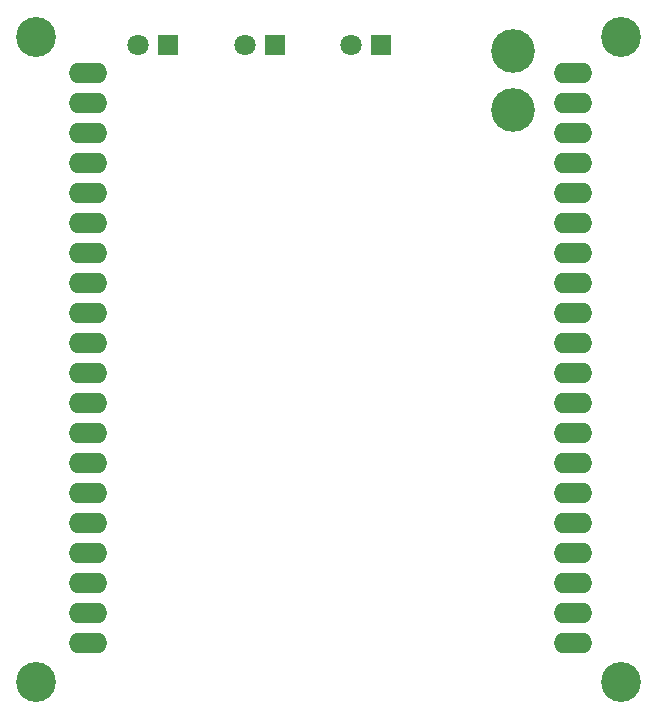
<source format=gbs>
G04*
G04 #@! TF.GenerationSoftware,Altium Limited,Altium Designer,22.11.1 (43)*
G04*
G04 Layer_Color=16711935*
%FSLAX44Y44*%
%MOMM*%
G71*
G04*
G04 #@! TF.SameCoordinates,6F39B8F3-CC53-4608-B2D3-CFCE14ACC53A*
G04*
G04*
G04 #@! TF.FilePolarity,Negative*
G04*
G01*
G75*
%ADD31R,1.8032X1.8032*%
%ADD32C,1.8032*%
%ADD33C,3.7032*%
%ADD34O,3.2512X1.7272*%
%ADD35C,3.3782*%
D31*
X137700Y565000D02*
D03*
X227700D02*
D03*
X317700D02*
D03*
D32*
X112300D02*
D03*
X202300D02*
D03*
X292300D02*
D03*
D33*
X430000Y510000D02*
D03*
Y560000D02*
D03*
D34*
X70000Y109499D02*
D03*
Y160299D02*
D03*
Y58699D02*
D03*
Y541299D02*
D03*
Y515899D02*
D03*
Y490499D02*
D03*
Y465099D02*
D03*
Y439699D02*
D03*
Y414299D02*
D03*
Y388899D02*
D03*
Y363499D02*
D03*
Y338099D02*
D03*
Y312699D02*
D03*
Y287299D02*
D03*
Y261899D02*
D03*
Y236499D02*
D03*
Y211099D02*
D03*
Y185699D02*
D03*
Y134899D02*
D03*
Y84099D02*
D03*
X479999Y58699D02*
D03*
Y84099D02*
D03*
Y439699D02*
D03*
Y465099D02*
D03*
Y490499D02*
D03*
Y515899D02*
D03*
Y541299D02*
D03*
Y363499D02*
D03*
Y388899D02*
D03*
Y211099D02*
D03*
Y261899D02*
D03*
Y312699D02*
D03*
Y414299D02*
D03*
Y160299D02*
D03*
Y185699D02*
D03*
Y236499D02*
D03*
Y287299D02*
D03*
Y338099D02*
D03*
Y134899D02*
D03*
Y109499D02*
D03*
D35*
X25400Y25400D02*
D03*
X520700D02*
D03*
Y571500D02*
D03*
X25400D02*
D03*
M02*

</source>
